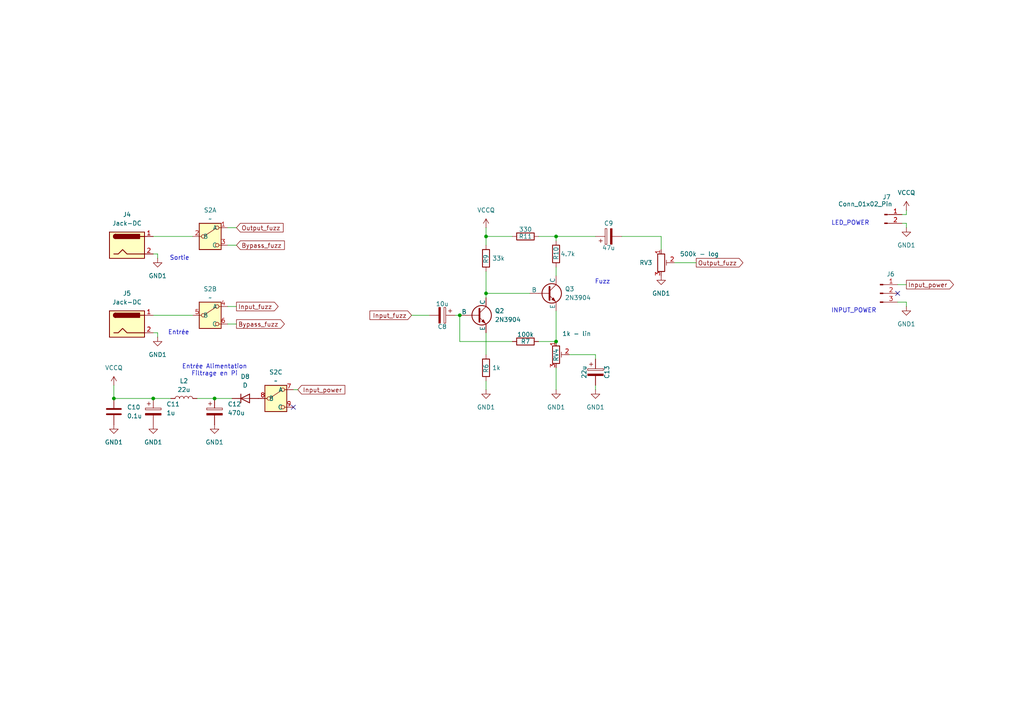
<source format=kicad_sch>
(kicad_sch (version 20250114) (generator "eeschema") (generator_version "9.0")
  (paper "A4")
  (lib_symbols
    (symbol "Connector:Conn_01x02_Pin" (pin_names (offset 1.016) (hide yes))
      (property "Reference" "J" (at 0 2.54 0))
      (property "Value" "Conn_01x02_Pin" (at 0 -5.08 0))
      (symbol "Conn_01x02_Pin_1_1"
        (rectangle (start 0.8636 0.127) (end 0 -0.127) (stroke (width 0.1524)) (fill (type outline)))
        (rectangle (start 0.8636 -2.413) (end 0 -2.667) (stroke (width 0.1524)) (fill (type outline)))
        (polyline (pts (xy 1.27 0) (xy 0.8636 0)) (stroke (width 0.1524)))
        (polyline (pts (xy 1.27 -2.54) (xy 0.8636 -2.54)) (stroke (width 0.1524)))
        (pin passive line (at 5.08 0 180) (length 3.81) (name "Pin_1") (number "1"))
        (pin passive line (at 5.08 -2.54 180) (length 3.81) (name "Pin_2") (number "2"))
      )
    )
    (symbol "Connector:Conn_01x03_Pin" (pin_names (offset 1.016) (hide yes))
      (property "Reference" "J" (at 0 5.08 0))
      (property "Value" "Conn_01x03_Pin" (at 0 -5.08 0))
      (symbol "Conn_01x03_Pin_1_1"
        (rectangle (start 0.8636 2.667) (end 0 2.413) (stroke (width 0.1524)) (fill (type outline)))
        (rectangle (start 0.8636 0.127) (end 0 -0.127) (stroke (width 0.1524)) (fill (type outline)))
        (rectangle (start 0.8636 -2.413) (end 0 -2.667) (stroke (width 0.1524)) (fill (type outline)))
        (polyline (pts (xy 1.27 2.54) (xy 0.8636 2.54)) (stroke (width 0.1524)))
        (polyline (pts (xy 1.27 0) (xy 0.8636 0)) (stroke (width 0.1524)))
        (polyline (pts (xy 1.27 -2.54) (xy 0.8636 -2.54)) (stroke (width 0.1524)))
        (pin passive line (at 5.08 2.54 180) (length 3.81) (name "Pin_1") (number "1"))
        (pin passive line (at 5.08 0 180) (length 3.81) (name "Pin_2") (number "2"))
        (pin passive line (at 5.08 -2.54 180) (length 3.81) (name "Pin_3") (number "3"))
      )
    )
    (symbol "Connector:Jack-DC" (pin_names (offset 1.016))
      (property "Reference" "J" (at 0 5.334 0))
      (property "Value" "Jack-DC" (at 0 -5.08 0))
      (symbol "Jack-DC_0_1"
        (rectangle (start -5.08 3.81) (end 5.08 -3.81) (stroke (width 0.254)) (fill (type background)))
        (polyline (pts (xy -3.81 -2.54) (xy -2.54 -2.54) (xy -1.27 -1.27) (xy 0 -2.54) (xy 2.54 -2.54) (xy 5.08 -2.54)) (stroke (width 0.254)))
        (arc (start -3.302 1.905) (mid -3.9343 2.54) (end -3.302 3.175) (stroke (width 0.254)))
        (arc (start -3.302 1.905) (mid -3.9343 2.54) (end -3.302 3.175) (stroke (width 0.254)) (fill (type outline)))
        (rectangle (start 3.683 3.175) (end -3.302 1.905) (stroke (width 0.254)) (fill (type outline)))
        (polyline (pts (xy 5.08 2.54) (xy 3.81 2.54)) (stroke (width 0.254)))
      )
      (symbol "Jack-DC_1_1"
        (pin passive line (at 7.62 2.54 180) (length 2.54) (name "~") (number "1"))
        (pin passive line (at 7.62 -2.54 180) (length 2.54) (name "~") (number "2"))
      )
    )
    (symbol "Device:C" (pin_numbers (hide yes)) (pin_names (offset 0.254))
      (property "Reference" "C" (at 0.635 2.54 0))
      (property "Value" "C" (at 0.635 -2.54 0))
      (symbol "C_0_1"
        (polyline (pts (xy -2.032 0.762) (xy 2.032 0.762)) (stroke (width 0.508)))
        (polyline (pts (xy -2.032 -0.762) (xy 2.032 -0.762)) (stroke (width 0.508)))
      )
      (symbol "C_1_1"
        (pin passive line (at 0 3.81 270) (length 2.794) (name "~") (number "1"))
        (pin passive line (at 0 -3.81 90) (length 2.794) (name "~") (number "2"))
      )
    )
    (symbol "Device:C_Polarized" (pin_numbers (hide yes)) (pin_names (offset 0.254))
      (property "Reference" "C" (at 0.635 2.54 0))
      (property "Value" "C_Polarized" (at 0.635 -2.54 0))
      (symbol "C_Polarized_0_1"
        (rectangle (start -2.286 0.508) (end 2.286 1.016))
        (polyline (pts (xy -1.778 2.286) (xy -0.762 2.286)))
        (polyline (pts (xy -1.27 2.794) (xy -1.27 1.778)))
        (rectangle (start 2.286 -0.508) (end -2.286 -1.016) (fill (type outline)))
      )
      (symbol "C_Polarized_1_1"
        (pin passive line (at 0 3.81 270) (length 2.794) (name "~") (number "1"))
        (pin passive line (at 0 -3.81 90) (length 2.794) (name "~") (number "2"))
      )
    )
    (symbol "Device:D" (pin_numbers (hide yes)) (pin_names (offset 1.016) (hide yes))
      (property "Reference" "D" (at 0 2.54 0))
      (property "Value" "D" (at 0 -2.54 0))
      (symbol "D_0_1"
        (polyline (pts (xy -1.27 1.27) (xy -1.27 -1.27)) (stroke (width 0.254)))
        (polyline (pts (xy 1.27 1.27) (xy 1.27 -1.27) (xy -1.27 0) (xy 1.27 1.27)) (stroke (width 0.254)))
        (polyline (pts (xy 1.27 0) (xy -1.27 0)))
      )
      (symbol "D_1_1"
        (pin passive line (at -3.81 0 0) (length 2.54) (name "K") (number "1"))
        (pin passive line (at 3.81 0 180) (length 2.54) (name "A") (number "2"))
      )
    )
    (symbol "Device:L" (pin_numbers (hide yes)) (pin_names (offset 1.016) (hide yes))
      (property "Reference" "L" (at -1.27 0 90))
      (property "Value" "L" (at 1.905 0 90))
      (symbol "L_0_1"
        (arc (start 0 2.54) (mid 0.6323 1.905) (end 0 1.27))
        (arc (start 0 1.27) (mid 0.6323 0.635) (end 0 0))
        (arc (start 0 0) (mid 0.6323 -0.635) (end 0 -1.27))
        (arc (start 0 -1.27) (mid 0.6323 -1.905) (end 0 -2.54))
      )
      (symbol "L_1_1"
        (pin passive line (at 0 3.81 270) (length 1.27) (name "1") (number "1"))
        (pin passive line (at 0 -3.81 90) (length 1.27) (name "2") (number "2"))
      )
    )
    (symbol "Device:R" (pin_numbers (hide yes)) (pin_names (offset 0))
      (property "Reference" "R" (at 2.032 0 90))
      (property "Value" "R" (at 0 0 90))
      (symbol "R_0_1"
        (rectangle (start -1.016 -2.54) (end 1.016 2.54) (stroke (width 0.254)))
      )
      (symbol "R_1_1"
        (pin passive line (at 0 3.81 270) (length 1.27) (name "~") (number "1"))
        (pin passive line (at 0 -3.81 90) (length 1.27) (name "~") (number "2"))
      )
    )
    (symbol "Device:R_Potentiometer_Trim" (pin_names (offset 1.016) (hide yes))
      (property "Reference" "RV" (at -4.445 0 90))
      (property "Value" "R_Potentiometer_Trim" (at -2.54 0 90))
      (symbol "R_Potentiometer_Trim_0_1"
        (rectangle (start 1.016 2.54) (end -1.016 -2.54) (stroke (width 0.254)))
        (polyline (pts (xy 1.524 0.762) (xy 1.524 -0.762)))
        (polyline (pts (xy 2.54 0) (xy 1.524 0)))
      )
      (symbol "R_Potentiometer_Trim_1_1"
        (pin passive line (at 0 3.81 270) (length 1.27) (name "1") (number "1"))
        (pin passive line (at 0 -3.81 90) (length 1.27) (name "3") (number "3"))
        (pin passive line (at 3.81 0 180) (length 1.27) (name "2") (number "2"))
      )
    )
    (symbol "Simulation_SPICE:NPN" (pin_numbers (hide yes)) (pin_names (offset 0))
      (property "Reference" "Q" (at -2.54 7.62 0))
      (property "Value" "NPN" (at -2.54 5.08 0))
      (symbol "NPN_0_1"
        (polyline (pts (xy -2.54 0) (xy 0.635 0)) (stroke (width 0.1524)))
        (polyline (pts (xy 0.635 1.905) (xy 0.635 -1.905) (xy 0.635 -1.905)) (stroke (width 0.508)))
        (polyline (pts (xy 0.635 0.635) (xy 2.54 2.54)))
        (polyline (pts (xy 0.635 -0.635) (xy 2.54 -2.54) (xy 2.54 -2.54)))
        (circle (center 1.27 0) (radius 2.8194) (stroke (width 0.254)))
        (polyline (pts (xy 1.27 -1.778) (xy 1.778 -1.27) (xy 2.286 -2.286) (xy 1.27 -1.778) (xy 1.27 -1.778)) (fill (type outline)))
        (polyline (pts (xy 2.794 -1.27) (xy 2.794 -1.27)) (stroke (width 0.1524)))
        (polyline (pts (xy 2.794 -1.27) (xy 2.794 -1.27)) (stroke (width 0.1524)))
      )
      (symbol "NPN_1_1"
        (pin input line (at -5.08 0 0) (length 2.54) (name "B") (number "2"))
        (pin open_collector line (at 2.54 5.08 270) (length 2.54) (name "C") (number "1"))
        (pin open_emitter line (at 2.54 -5.08 90) (length 2.54) (name "E") (number "3"))
      )
    )
    (symbol "pedale:SW_DPDT_x3"
      (property "Reference" "S" (at 0 5.08 0))
      (symbol "SW_DPDT_x3_0_0"
        (circle (center -2.032 0) (radius 0.508))
        (circle (center 2.032 -2.54) (radius 0.508))
      )
      (symbol "SW_DPDT_x3_0_1"
        (rectangle (start -3.175 3.81) (end 3.175 -3.81) (stroke (width 0.254)) (fill (type background)))
        (polyline (pts (xy -1.524 0.254) (xy 1.5748 2.286)))
        (circle (center 2.032 2.54) (radius 0.508))
      )
      (symbol "SW_DPDT_x3_1_1"
        (pin passive line (at -5.08 0 0) (length 2.54) (name "B") (number "2"))
        (pin passive line (at 5.08 2.54 180) (length 2.54) (name "A") (number "1"))
        (pin passive line (at 5.08 -2.54 180) (length 2.54) (name "C") (number "3"))
      )
      (symbol "SW_DPDT_x3_2_1"
        (pin passive line (at -5.08 0 0) (length 2.54) (name "B") (number "5"))
        (pin passive line (at 5.08 2.54 180) (length 2.54) (name "A") (number "4"))
        (pin passive line (at 5.08 -2.54 180) (length 2.54) (name "C") (number "6"))
      )
      (symbol "SW_DPDT_x3_3_1"
        (pin passive line (at -5.08 0 0) (length 2.54) (name "B") (number "8"))
        (pin passive line (at 5.08 2.54 180) (length 2.54) (name "A") (number "7"))
        (pin passive line (at 5.08 -2.54 180) (length 2.54) (name "C") (number "9"))
      )
    )
    (symbol "power:GND1" (power) (pin_numbers (hide yes)) (pin_names (offset 0) (hide yes))
      (property "Value" "GND1" (at 0 -3.81 0))
      (symbol "GND1_0_1"
        (polyline (pts (xy 0 0) (xy 0 -1.27) (xy 1.27 -1.27) (xy 0 -2.54) (xy -1.27 -1.27) (xy 0 -1.27)))
      )
      (symbol "GND1_1_1"
        (pin power_in line (at 0 0 270) (length 0) (name "~") (number "1"))
      )
    )
    (symbol "power:VCCQ" (power) (pin_numbers (hide yes)) (pin_names (offset 0) (hide yes))
      (property "Value" "VCCQ" (at 0 3.556 0))
      (symbol "VCCQ_0_1"
        (polyline (pts (xy -0.762 1.27) (xy 0 2.54)))
        (polyline (pts (xy 0 2.54) (xy 0.762 1.27)))
        (polyline (pts (xy 0 0) (xy 0 2.54)))
      )
      (symbol "VCCQ_1_1"
        (pin power_in line (at 0 0 90) (length 0) (name "~") (number "1"))
      )
    )
  )
  (text "Sortie\n" (at 52.07 74.93 0) (effects (font (size 1.27 1.27))))
  (text "LED_POWER" (at 246.634 64.77 0) (effects (font (size 1.27 1.27))))
  (text "Fuzz\n" (at 174.752 81.788 0) (effects (font (size 1.27 1.27))))
  (text "Entrée Alimentation\nFiltrage en Pi\n" (at 62.23 107.442 0) (effects (font (size 1.27 1.27))))
  (text "Entrée\n" (at 51.816 96.52 0) (effects (font (size 1.27 1.27))))
  (text "INPUT_POWER" (at 247.65 90.17 0) (effects (font (size 1.27 1.27))))
  (junction (at 140.97 85.09))
  (junction (at 161.29 68.58))
  (junction (at 161.29 99.06))
  (junction (at 140.97 68.58))
  (junction (at 62.23 115.57))
  (junction (at 44.45 115.57))
  (junction (at 33.02 115.57))
  (junction (at 133.35 91.44))
  (no_connect (at 85.09 118.11))
  (no_connect (at 260.35 85.09))
  (wire (pts (xy 45.72 73.66) (xy 45.72 74.93)))
  (wire (pts (xy 68.58 88.9) (xy 66.04 88.9)))
  (wire (pts (xy 180.34 68.58) (xy 191.77 68.58)))
  (wire (pts (xy 85.09 113.03) (xy 86.36 113.03)))
  (wire (pts (xy 140.97 68.58) (xy 140.97 71.12)))
  (wire (pts (xy 156.21 68.58) (xy 161.29 68.58)))
  (wire (pts (xy 140.97 96.52) (xy 140.97 102.87)))
  (wire (pts (xy 191.77 68.58) (xy 191.77 72.39)))
  (wire (pts (xy 67.31 115.57) (xy 62.23 115.57)))
  (wire (pts (xy 44.45 96.52) (xy 45.72 96.52)))
  (wire (pts (xy 161.29 106.68) (xy 161.29 113.03)))
  (wire (pts (xy 132.08 91.44) (xy 133.35 91.44)))
  (wire (pts (xy 161.29 90.17) (xy 161.29 99.06)))
  (wire (pts (xy 148.59 68.58) (xy 140.97 68.58)))
  (wire (pts (xy 140.97 113.03) (xy 140.97 110.49)))
  (wire (pts (xy 260.35 87.63) (xy 262.89 87.63)))
  (wire (pts (xy 161.29 77.47) (xy 161.29 80.01)))
  (wire (pts (xy 161.29 68.58) (xy 161.29 69.85)))
  (wire (pts (xy 172.72 111.76) (xy 172.72 113.03)))
  (wire (pts (xy 156.21 99.06) (xy 161.29 99.06)))
  (wire (pts (xy 57.15 115.57) (xy 62.23 115.57)))
  (wire (pts (xy 68.58 93.98) (xy 66.04 93.98)))
  (wire (pts (xy 140.97 78.74) (xy 140.97 85.09)))
  (wire (pts (xy 172.72 102.87) (xy 165.1 102.87)))
  (wire (pts (xy 172.72 104.14) (xy 172.72 102.87)))
  (wire (pts (xy 262.89 60.96) (xy 262.89 62.23)))
  (wire (pts (xy 124.46 91.44) (xy 119.38 91.44)))
  (wire (pts (xy 195.58 76.2) (xy 201.93 76.2)))
  (wire (pts (xy 262.89 87.63) (xy 262.89 88.9)))
  (wire (pts (xy 261.62 64.77) (xy 262.89 64.77)))
  (wire (pts (xy 262.89 64.77) (xy 262.89 66.04)))
  (wire (pts (xy 68.58 66.04) (xy 66.04 66.04)))
  (wire (pts (xy 148.59 99.06) (xy 133.35 99.06)))
  (wire (pts (xy 161.29 68.58) (xy 172.72 68.58)))
  (wire (pts (xy 33.02 115.57) (xy 44.45 115.57)))
  (wire (pts (xy 261.62 62.23) (xy 262.89 62.23)))
  (wire (pts (xy 140.97 85.09) (xy 140.97 86.36)))
  (wire (pts (xy 44.45 115.57) (xy 49.53 115.57)))
  (wire (pts (xy 45.72 96.52) (xy 45.72 97.79)))
  (wire (pts (xy 133.35 91.44) (xy 133.35 99.06)))
  (wire (pts (xy 44.45 73.66) (xy 45.72 73.66)))
  (wire (pts (xy 44.45 91.44) (xy 55.88 91.44)))
  (wire (pts (xy 140.97 66.04) (xy 140.97 68.58)))
  (wire (pts (xy 153.67 85.09) (xy 140.97 85.09)))
  (wire (pts (xy 44.45 68.58) (xy 55.88 68.58)))
  (wire (pts (xy 68.58 71.12) (xy 66.04 71.12)))
  (wire (pts (xy 33.02 111.76) (xy 33.02 115.57)))
  (wire (pts (xy 260.35 82.55) (xy 262.89 82.55)))
  (global_label "Input_fuzz" (shape input) (at 119.38 91.44 180) (property "Intersheetrefs" "${INTERSHEET_REFS}" (effects (hide yes))))
  (global_label "Input_power" (shape output) (at 262.89 82.55 0) (property "Intersheetrefs" "${INTERSHEET_REFS}" (effects (hide yes))))
  (global_label "Output_fuzz" (shape input) (at 68.58 66.04 0) (property "Intersheetrefs" "${INTERSHEET_REFS}" (effects (hide yes))))
  (global_label "Input_fuzz" (shape output) (at 68.58 88.9 0) (property "Intersheetrefs" "${INTERSHEET_REFS}" (effects (hide yes))))
  (global_label "Output_fuzz" (shape output) (at 201.93 76.2 0) (property "Intersheetrefs" "${INTERSHEET_REFS}" (effects (hide yes))))
  (global_label "Bypass_fuzz" (shape output) (at 68.58 93.98 0) (property "Intersheetrefs" "${INTERSHEET_REFS}" (effects (hide yes))))
  (global_label "Bypass_fuzz" (shape input) (at 68.58 71.12 0) (property "Intersheetrefs" "${INTERSHEET_REFS}" (effects (hide yes))))
  (global_label "Input_power" (shape input) (at 86.36 113.03 0) (property "Intersheetrefs" "${INTERSHEET_REFS}" (effects (hide yes))))
  (symbol (lib_id "Device:C_Polarized") (at 176.53 68.58 90) (unit 1)
    (property "Reference" "C9" (at 176.53 64.77 90))
    (property "Value" "47u" (at 176.53 71.882 90))
    (property "Footprint" "Capacitor_THT:CP_Radial_D5.0mm_P2.00mm" (effects (hide yes)))
    (property "Description" "Polarized capacitor" (effects (hide yes)))
  )
  (symbol (lib_id "Device:C") (at 33.02 119.38 0) (unit 1)
    (property "Reference" "C10" (at 36.83 118.1099 0) (effects (justify left)))
    (property "Value" "0.1u" (at 36.83 120.6499 0) (effects (justify left)))
    (property "Footprint" "Perso:CAP_C322_KEM" (effects (hide yes)))
    (property "Description" "Unpolarized capacitor" (effects (hide yes)))
  )
  (symbol (lib_id "power:GND1") (at 45.72 97.79 0) (unit 1)
    (property "Reference" "#PWR028" (effects (hide yes)))
    (property "Value" "GND1" (at 45.72 102.87 0))
    (property "Description" "Power symbol creates a global label with name \"GND1\" , ground" (effects (hide yes)))
  )
  (symbol (lib_id "power:VCCQ") (at 140.97 66.04 0) (unit 1)
    (property "Reference" "#PWR036" (effects (hide yes)))
    (property "Value" "VCCQ" (at 140.97 60.96 0))
    (property "Description" "Power symbol creates a global label with name \"VCCQ\"" (effects (hide yes)))
  )
  (symbol (lib_id "pedale:SW_DPDT_x3") (at 80.01 115.57 0) (unit 3)
    (property "Reference" "S2" (at 80.01 107.95 0))
    (property "Value" "~" (at 80.01 110.49 0))
    (property "Footprint" "Perso:Switch_Principal" (effects (hide yes)))
  )
  (symbol (lib_id "Device:C_Polarized") (at 172.72 107.95 0) (unit 1)
    (property "Reference" "C13" (at 176.022 107.95 90))
    (property "Value" "22u" (at 169.418 107.95 90))
    (property "Footprint" "Capacitor_THT:CP_Radial_D4.0mm_P2.00mm" (effects (hide yes)))
    (property "Description" "Polarized capacitor" (effects (hide yes)))
  )
  (symbol (lib_id "Device:C_Polarized") (at 62.23 119.38 0) (unit 1)
    (property "Reference" "C12" (at 66.04 117.2209 0) (effects (justify left)))
    (property "Value" "470u" (at 66.04 119.7609 0) (effects (justify left)))
    (property "Footprint" "Capacitor_THT:CP_Radial_D8.0mm_P3.80mm" (effects (hide yes)))
    (property "Description" "Polarized capacitor" (effects (hide yes)))
  )
  (symbol (lib_id "Device:L") (at 53.34 115.57 90) (unit 1)
    (property "Reference" "L2" (at 53.34 110.49 90))
    (property "Value" "22u" (at 53.34 113.03 90))
    (property "Footprint" "Inductor_THT:L_Axial_L9.5mm_D4.0mm_P12.70mm_Horizontal_Fastron_SMCC" (effects (hide yes)))
    (property "Description" "Inductor" (effects (hide yes)))
  )
  (symbol (lib_id "Device:D") (at 71.12 115.57 0) (unit 1)
    (property "Reference" "D8" (at 71.12 109.22 0))
    (property "Value" "D" (at 71.12 111.76 0))
    (property "Footprint" "Diode_THT:D_DO-41_SOD81_P10.16mm_Horizontal" (effects (hide yes)))
    (property "Description" "Diode" (effects (hide yes)))
    (property "Sim.Device" "D" (effects (hide yes)))
    (property "Sim.Pins" "1=K 2=A" (effects (hide yes)))
  )
  (symbol (lib_id "power:GND1") (at 140.97 113.03 0) (unit 1)
    (property "Reference" "#PWR037" (effects (hide yes)))
    (property "Value" "GND1" (at 140.97 118.11 0))
    (property "Description" "Power symbol creates a global label with name \"GND1\" , ground" (effects (hide yes)))
  )
  (symbol (lib_id "pedale:SW_DPDT_x3") (at 60.96 68.58 0) (unit 1)
    (property "Reference" "S2" (at 60.96 60.96 0))
    (property "Value" "~" (at 60.96 63.5 0))
    (property "Footprint" "Perso:Switch_Principal" (effects (hide yes)))
  )
  (symbol (lib_id "Simulation_SPICE:NPN") (at 158.75 85.09 0) (unit 1)
    (property "Reference" "Q3" (at 163.83 83.8199 0) (effects (justify left)))
    (property "Value" "2N3904" (at 163.83 86.3599 0) (effects (justify left)))
    (property "Footprint" "Perso:2N3904" (effects (hide yes)))
    (property "Datasheet" "https://ngspice.sourceforge.io/docs/ngspice-html-manual/manual.xhtml#cha_BJTs" (effects (hide yes)))
    (property "Description" "Bipolar transistor symbol for simulation only, substrate tied to the emitter" (effects (hide yes)))
    (property "Sim.Device" "NPN" (effects (hide yes)))
    (property "Sim.Type" "GUMMELPOON" (effects (hide yes)))
    (property "Sim.Pins" "1=C 2=B 3=E" (effects (hide yes)))
  )
  (symbol (lib_id "Device:R") (at 152.4 68.58 90) (unit 1)
    (property "Reference" "R11" (at 152.4 68.58 90))
    (property "Value" "330" (at 152.4 66.548 90))
    (property "Footprint" "Resistor_THT:R_Axial_DIN0207_L6.3mm_D2.5mm_P10.16mm_Horizontal" (effects (hide yes)))
    (property "Description" "Resistor" (effects (hide yes)))
  )
  (symbol (lib_id "Connector:Jack-DC") (at 36.83 93.98 0) (unit 1)
    (property "Reference" "J5" (at 36.83 85.09 0))
    (property "Value" "Jack-DC" (at 36.83 87.63 0))
    (property "Footprint" "Connector_PinHeader_2.54mm:PinHeader_1x02_P2.54mm_Vertical" (effects (hide yes)))
    (property "Description" "DC Barrel Jack" (effects (hide yes)))
  )
  (symbol (lib_id "Connector:Jack-DC") (at 36.83 71.12 0) (unit 1)
    (property "Reference" "J4" (at 36.83 62.23 0))
    (property "Value" "Jack-DC" (at 36.83 64.77 0))
    (property "Footprint" "Connector_PinHeader_2.54mm:PinHeader_1x02_P2.54mm_Vertical" (effects (hide yes)))
    (property "Description" "DC Barrel Jack" (effects (hide yes)))
  )
  (symbol (lib_id "power:GND1") (at 161.29 113.03 0) (unit 1)
    (property "Reference" "#PWR033" (effects (hide yes)))
    (property "Value" "GND1" (at 161.29 118.11 0))
    (property "Description" "Power symbol creates a global label with name \"GND1\" , ground" (effects (hide yes)))
  )
  (symbol (lib_id "Device:C_Polarized") (at 128.27 91.44 270) (unit 1)
    (property "Reference" "C8" (at 128.27 94.742 90))
    (property "Value" "10u" (at 128.27 88.138 90))
    (property "Footprint" "Capacitor_THT:CP_Radial_D4.0mm_P2.00mm" (effects (hide yes)))
    (property "Description" "Polarized capacitor" (effects (hide yes)))
  )
  (symbol (lib_id "power:GND1") (at 44.45 123.19 0) (unit 1)
    (property "Reference" "#PWR026" (effects (hide yes)))
    (property "Value" "GND1" (at 44.45 128.27 0))
    (property "Description" "Power symbol creates a global label with name \"GND1\" , ground" (effects (hide yes)))
  )
  (symbol (lib_id "power:GND1") (at 262.89 66.04 0) (unit 1)
    (property "Reference" "#PWR031" (effects (hide yes)))
    (property "Value" "GND1" (at 262.89 71.12 0))
    (property "Description" "Power symbol creates a global label with name \"GND1\" , ground" (effects (hide yes)))
  )
  (symbol (lib_id "power:GND1") (at 45.72 74.93 0) (unit 1)
    (property "Reference" "#PWR027" (effects (hide yes)))
    (property "Value" "GND1" (at 45.72 80.01 0))
    (property "Description" "Power symbol creates a global label with name \"GND1\" , ground" (effects (hide yes)))
  )
  (symbol (lib_id "Device:R_Potentiometer_Trim") (at 191.77 76.2 0) (unit 1)
    (property "Reference" "RV3" (at 189.23 76.2 0) (effects (justify right)))
    (property "Value" "500k - log" (at 208.534 73.66 0) (effects (justify right)))
    (property "Footprint" "Connector_PinHeader_2.54mm:PinHeader_1x03_P2.54mm_Vertical" (effects (hide yes)))
    (property "Description" "Trim-potentiometer" (effects (hide yes)))
  )
  (symbol (lib_id "Device:R") (at 140.97 74.93 0) (unit 1)
    (property "Reference" "R9" (at 140.97 76.454 90) (effects (justify left)))
    (property "Value" "33k" (at 142.748 74.93 0) (effects (justify left)))
    (property "Footprint" "Resistor_THT:R_Axial_DIN0207_L6.3mm_D2.5mm_P10.16mm_Horizontal" (effects (hide yes)))
    (property "Description" "Resistor" (effects (hide yes)))
  )
  (symbol (lib_id "power:GND1") (at 172.72 113.03 0) (unit 1)
    (property "Reference" "#PWR035" (effects (hide yes)))
    (property "Value" "GND1" (at 172.72 118.11 0))
    (property "Description" "Power symbol creates a global label with name \"GND1\" , ground" (effects (hide yes)))
  )
  (symbol (lib_id "pedale:SW_DPDT_x3") (at 60.96 91.44 0) (unit 2)
    (property "Reference" "S2" (at 60.96 83.82 0))
    (property "Value" "~" (at 60.96 86.36 0))
    (property "Footprint" "Perso:Switch_Principal" (effects (hide yes)))
  )
  (symbol (lib_id "Connector:Conn_01x03_Pin") (at 255.27 85.09 0) (unit 1)
    (property "Reference" "J6" (at 258.318 79.502 0))
    (property "Value" "Conn_01x03_Pin" (effects (hide yes)))
    (property "Footprint" "Connector_PinHeader_2.54mm:PinHeader_1x03_P2.54mm_Vertical" (effects (hide yes)))
    (property "Description" "Generic connector, single row, 01x03, script generated" (effects (hide yes)))
  )
  (symbol (lib_id "power:VCCQ") (at 262.89 60.96 0) (unit 1)
    (property "Reference" "#PWR030" (effects (hide yes)))
    (property "Value" "VCCQ" (at 262.89 55.88 0))
    (property "Description" "Power symbol creates a global label with name \"VCCQ\"" (effects (hide yes)))
  )
  (symbol (lib_id "Device:C_Polarized") (at 44.45 119.38 0) (unit 1)
    (property "Reference" "C11" (at 48.26 117.2209 0) (effects (justify left)))
    (property "Value" "1u" (at 48.26 119.7609 0) (effects (justify left)))
    (property "Footprint" "Capacitor_THT:CP_Radial_D5.0mm_P2.00mm" (effects (hide yes)))
    (property "Description" "Polarized capacitor" (effects (hide yes)))
  )
  (symbol (lib_id "power:VCCQ") (at 33.02 111.76 0) (unit 1)
    (property "Reference" "#PWR024" (effects (hide yes)))
    (property "Value" "VCCQ" (at 33.02 106.68 0))
    (property "Description" "Power symbol creates a global label with name \"VCCQ\"" (effects (hide yes)))
  )
  (symbol (lib_id "power:GND1") (at 62.23 123.19 0) (unit 1)
    (property "Reference" "#PWR029" (effects (hide yes)))
    (property "Value" "GND1" (at 62.23 128.27 0))
    (property "Description" "Power symbol creates a global label with name \"GND1\" , ground" (effects (hide yes)))
  )
  (symbol (lib_id "Device:R_Potentiometer_Trim") (at 161.29 102.87 0) (unit 1)
    (property "Reference" "RV4" (at 161.29 101.092 90) (effects (justify right)))
    (property "Value" "1k - lin" (at 171.45 96.774 0) (effects (justify right)))
    (property "Footprint" "Connector_PinHeader_2.54mm:PinHeader_1x03_P2.54mm_Vertical" (effects (hide yes)))
    (property "Description" "Trim-potentiometer" (effects (hide yes)))
  )
  (symbol (lib_id "power:GND1") (at 262.89 88.9 0) (unit 1)
    (property "Reference" "#PWR032" (effects (hide yes)))
    (property "Value" "GND1" (at 262.89 93.98 0))
    (property "Description" "Power symbol creates a global label with name \"GND1\" , ground" (effects (hide yes)))
  )
  (symbol (lib_id "Device:R") (at 161.29 73.66 0) (unit 1)
    (property "Reference" "R10" (at 161.29 75.438 90) (effects (justify left)))
    (property "Value" "4.7k" (at 162.56 73.66 0) (effects (justify left)))
    (property "Footprint" "Resistor_THT:R_Axial_DIN0207_L6.3mm_D2.5mm_P10.16mm_Horizontal" (effects (hide yes)))
    (property "Description" "Resistor" (effects (hide yes)))
  )
  (symbol (lib_id "Connector:Conn_01x02_Pin") (at 256.54 62.23 0) (unit 1)
    (property "Reference" "J7" (at 257.175 57.15 0))
    (property "Value" "Conn_01x02_Pin" (at 250.952 59.182 0))
    (property "Footprint" "Connector_PinHeader_2.54mm:PinHeader_1x02_P2.54mm_Vertical" (effects (hide yes)))
    (property "Description" "Generic connector, single row, 01x02, script generated" (effects (hide yes)))
  )
  (symbol (lib_id "Device:R") (at 152.4 99.06 90) (unit 1)
    (property "Reference" "R7" (at 152.4 99.06 90))
    (property "Value" "100k" (at 152.4 97.028 90))
    (property "Footprint" "Resistor_THT:R_Axial_DIN0207_L6.3mm_D2.5mm_P10.16mm_Horizontal" (effects (hide yes)))
    (property "Description" "Resistor" (effects (hide yes)))
  )
  (symbol (lib_id "Simulation_SPICE:NPN") (at 138.43 91.44 0) (unit 1)
    (property "Reference" "Q2" (at 143.51 90.1699 0) (effects (justify left)))
    (property "Value" "2N3904" (at 143.51 92.7099 0) (effects (justify left)))
    (property "Footprint" "Perso:2N3904" (effects (hide yes)))
    (property "Datasheet" "https://ngspice.sourceforge.io/docs/ngspice-html-manual/manual.xhtml#cha_BJTs" (effects (hide yes)))
    (property "Description" "Bipolar transistor symbol for simulation only, substrate tied to the emitter" (effects (hide yes)))
    (property "Sim.Device" "NPN" (effects (hide yes)))
    (property "Sim.Type" "GUMMELPOON" (effects (hide yes)))
    (property "Sim.Pins" "1=C 2=B 3=E" (effects (hide yes)))
  )
  (symbol (lib_id "power:GND1") (at 191.77 80.01 0) (unit 1)
    (property "Reference" "#PWR023" (effects (hide yes)))
    (property "Value" "GND1" (at 191.77 85.09 0))
    (property "Description" "Power symbol creates a global label with name \"GND1\" , ground" (effects (hide yes)))
  )
  (symbol (lib_id "Device:R") (at 140.97 106.68 0) (unit 1)
    (property "Reference" "R6" (at 140.97 108.204 90) (effects (justify left)))
    (property "Value" "1k" (at 142.748 106.68 0) (effects (justify left)))
    (property "Footprint" "Resistor_THT:R_Axial_DIN0207_L6.3mm_D2.5mm_P10.16mm_Horizontal" (effects (hide yes)))
    (property "Description" "Resistor" (effects (hide yes)))
  )
  (symbol (lib_id "power:GND1") (at 33.02 123.19 0) (unit 1)
    (property "Reference" "#PWR025" (effects (hide yes)))
    (property "Value" "GND1" (at 33.02 128.27 0))
    (property "Description" "Power symbol creates a global label with name \"GND1\" , ground" (effects (hide yes)))
  )
)
</source>
